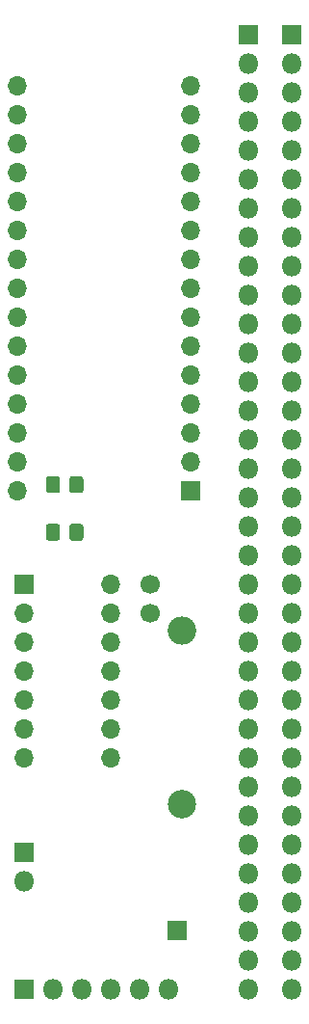
<source format=gbr>
%TF.GenerationSoftware,KiCad,Pcbnew,(5.1.6)-1*%
%TF.CreationDate,2021-03-12T09:15:54-05:00*%
%TF.ProjectId,BallySternArduino,42616c6c-7953-4746-9572-6e4172647569,rev?*%
%TF.SameCoordinates,Original*%
%TF.FileFunction,Soldermask,Top*%
%TF.FilePolarity,Negative*%
%FSLAX46Y46*%
G04 Gerber Fmt 4.6, Leading zero omitted, Abs format (unit mm)*
G04 Created by KiCad (PCBNEW (5.1.6)-1) date 2021-03-12 09:15:54*
%MOMM*%
%LPD*%
G01*
G04 APERTURE LIST*
%ADD10R,1.800000X1.800000*%
%ADD11C,1.700000*%
%ADD12O,1.800000X1.800000*%
%ADD13O,1.700000X1.700000*%
%ADD14R,1.700000X1.700000*%
%ADD15O,2.500000X2.500000*%
%ADD16C,2.500000*%
G04 APERTURE END LIST*
D10*
%TO.C,INTR1*%
X37592000Y-107188000D03*
%TD*%
%TO.C,C3*%
G36*
G01*
X27286000Y-71784738D02*
X27286000Y-72741262D01*
G75*
G02*
X27014262Y-73013000I-271738J0D01*
G01*
X26307738Y-73013000D01*
G75*
G02*
X26036000Y-72741262I0J271738D01*
G01*
X26036000Y-71784738D01*
G75*
G02*
X26307738Y-71513000I271738J0D01*
G01*
X27014262Y-71513000D01*
G75*
G02*
X27286000Y-71784738I0J-271738D01*
G01*
G37*
G36*
G01*
X29336000Y-71784738D02*
X29336000Y-72741262D01*
G75*
G02*
X29064262Y-73013000I-271738J0D01*
G01*
X28357738Y-73013000D01*
G75*
G02*
X28086000Y-72741262I0J271738D01*
G01*
X28086000Y-71784738D01*
G75*
G02*
X28357738Y-71513000I271738J0D01*
G01*
X29064262Y-71513000D01*
G75*
G02*
X29336000Y-71784738I0J-271738D01*
G01*
G37*
%TD*%
D11*
%TO.C,C2*%
X35179000Y-79335000D03*
X35179000Y-76835000D03*
%TD*%
%TO.C,C1*%
G36*
G01*
X27286000Y-67593738D02*
X27286000Y-68550262D01*
G75*
G02*
X27014262Y-68822000I-271738J0D01*
G01*
X26307738Y-68822000D01*
G75*
G02*
X26036000Y-68550262I0J271738D01*
G01*
X26036000Y-67593738D01*
G75*
G02*
X26307738Y-67322000I271738J0D01*
G01*
X27014262Y-67322000D01*
G75*
G02*
X27286000Y-67593738I0J-271738D01*
G01*
G37*
G36*
G01*
X29336000Y-67593738D02*
X29336000Y-68550262D01*
G75*
G02*
X29064262Y-68822000I-271738J0D01*
G01*
X28357738Y-68822000D01*
G75*
G02*
X28086000Y-68550262I0J271738D01*
G01*
X28086000Y-67593738D01*
G75*
G02*
X28357738Y-67322000I271738J0D01*
G01*
X29064262Y-67322000D01*
G75*
G02*
X29336000Y-67593738I0J-271738D01*
G01*
G37*
%TD*%
D12*
%TO.C,WaveTrigger1*%
X36830000Y-112395000D03*
X34290000Y-112395000D03*
X31750000Y-112395000D03*
X29210000Y-112395000D03*
X26670000Y-112395000D03*
D10*
X24130000Y-112395000D03*
%TD*%
D13*
%TO.C,U1*%
X31750000Y-76835000D03*
X24130000Y-92075000D03*
X31750000Y-79375000D03*
X24130000Y-89535000D03*
X31750000Y-81915000D03*
X24130000Y-86995000D03*
X31750000Y-84455000D03*
X24130000Y-84455000D03*
X31750000Y-86995000D03*
X24130000Y-81915000D03*
X31750000Y-89535000D03*
X24130000Y-79375000D03*
X31750000Y-92075000D03*
D14*
X24130000Y-76835000D03*
%TD*%
D15*
%TO.C,R1*%
X37973000Y-80899000D03*
D16*
X37973000Y-96139000D03*
%TD*%
D12*
%TO.C,MPU_SEL1*%
X24130000Y-102870000D03*
D10*
X24130000Y-100330000D03*
%TD*%
D12*
%TO.C,J2*%
X43815000Y-112395000D03*
X43815000Y-109855000D03*
X43815000Y-107315000D03*
X43815000Y-104775000D03*
X43815000Y-102235000D03*
X43815000Y-99695000D03*
X43815000Y-97155000D03*
X43815000Y-94615000D03*
X43815000Y-92075000D03*
X43815000Y-89535000D03*
X43815000Y-86995000D03*
X43815000Y-84455000D03*
X43815000Y-81915000D03*
X43815000Y-79375000D03*
X43815000Y-76835000D03*
X43815000Y-74295000D03*
X43815000Y-71755000D03*
X43815000Y-69215000D03*
X43815000Y-66675000D03*
X43815000Y-64135000D03*
X43815000Y-61595000D03*
X43815000Y-59055000D03*
X43815000Y-56515000D03*
X43815000Y-53975000D03*
X43815000Y-51435000D03*
X43815000Y-48895000D03*
X43815000Y-46355000D03*
X43815000Y-43815000D03*
X43815000Y-41275000D03*
X43815000Y-38735000D03*
X43815000Y-36195000D03*
X43815000Y-33655000D03*
X43815000Y-31115000D03*
D10*
X43815000Y-28575000D03*
%TD*%
D12*
%TO.C,J1*%
X47625000Y-112395000D03*
X47625000Y-109855000D03*
X47625000Y-107315000D03*
X47625000Y-104775000D03*
X47625000Y-102235000D03*
X47625000Y-99695000D03*
X47625000Y-97155000D03*
X47625000Y-94615000D03*
X47625000Y-92075000D03*
X47625000Y-89535000D03*
X47625000Y-86995000D03*
X47625000Y-84455000D03*
X47625000Y-81915000D03*
X47625000Y-79375000D03*
X47625000Y-76835000D03*
X47625000Y-74295000D03*
X47625000Y-71755000D03*
X47625000Y-69215000D03*
X47625000Y-66675000D03*
X47625000Y-64135000D03*
X47625000Y-61595000D03*
X47625000Y-59055000D03*
X47625000Y-56515000D03*
X47625000Y-53975000D03*
X47625000Y-51435000D03*
X47625000Y-48895000D03*
X47625000Y-46355000D03*
X47625000Y-43815000D03*
X47625000Y-41275000D03*
X47625000Y-38735000D03*
X47625000Y-36195000D03*
X47625000Y-33655000D03*
X47625000Y-31115000D03*
D10*
X47625000Y-28575000D03*
%TD*%
D13*
%TO.C,ArduinoNanoV3*%
X23495000Y-33020000D03*
X38735000Y-33020000D03*
X23495000Y-68580000D03*
X38735000Y-35560000D03*
X23495000Y-66040000D03*
X38735000Y-38100000D03*
X23495000Y-63500000D03*
X38735000Y-40640000D03*
X23495000Y-60960000D03*
X38735000Y-43180000D03*
X23495000Y-58420000D03*
X38735000Y-45720000D03*
X23495000Y-55880000D03*
X38735000Y-48260000D03*
X23495000Y-53340000D03*
X38735000Y-50800000D03*
X23495000Y-50800000D03*
X38735000Y-53340000D03*
X23495000Y-48260000D03*
X38735000Y-55880000D03*
X23495000Y-45720000D03*
X38735000Y-58420000D03*
X23495000Y-43180000D03*
X38735000Y-60960000D03*
X23495000Y-40640000D03*
X38735000Y-63500000D03*
X23495000Y-38100000D03*
X38735000Y-66040000D03*
X23495000Y-35560000D03*
D14*
X38735000Y-68580000D03*
%TD*%
M02*

</source>
